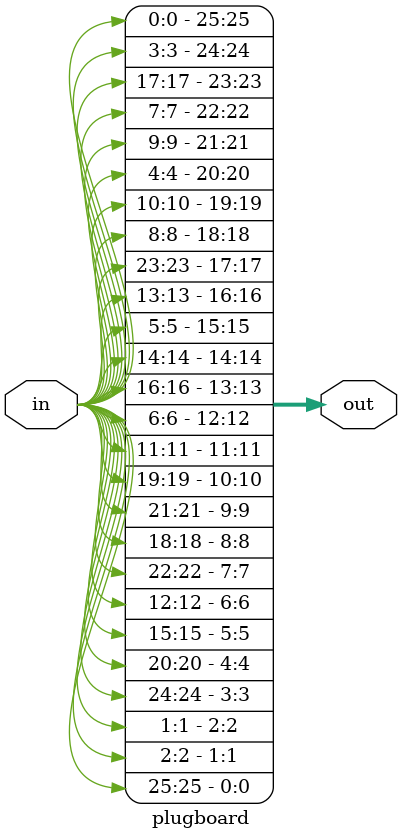
<source format=v>
module plugboard(out, in);
	input [25:0] in;
	output [25:0] out;
	
	//default plugboard mapping
	assign out[0] = in[25];
   assign out[1] = in[2];
   assign out[2] = in[1];
   assign out[3] = in[24];
   assign out[4] = in[20];
   assign out[5] = in[15];
   assign out[6] = in[12];
   assign out[7] = in[22];
   assign out[8] = in[18];
   assign out[9] = in[21];
   assign out[10] = in[19];
   assign out[11] = in[11];
   assign out[12] = in[6];
   assign out[13] = in[16];
   assign out[14] = in[14];
   assign out[15] = in[5];
   assign out[16] = in[13];
   assign out[17] = in[23];
   assign out[18] = in[8];
   assign out[19] = in[10];
   assign out[20] = in[4];
   assign out[21] = in[9];
   assign out[22] = in[7];
   assign out[23] = in[17];
   assign out[24] = in[3];
   assign out[25] = in[0];
endmodule
</source>
